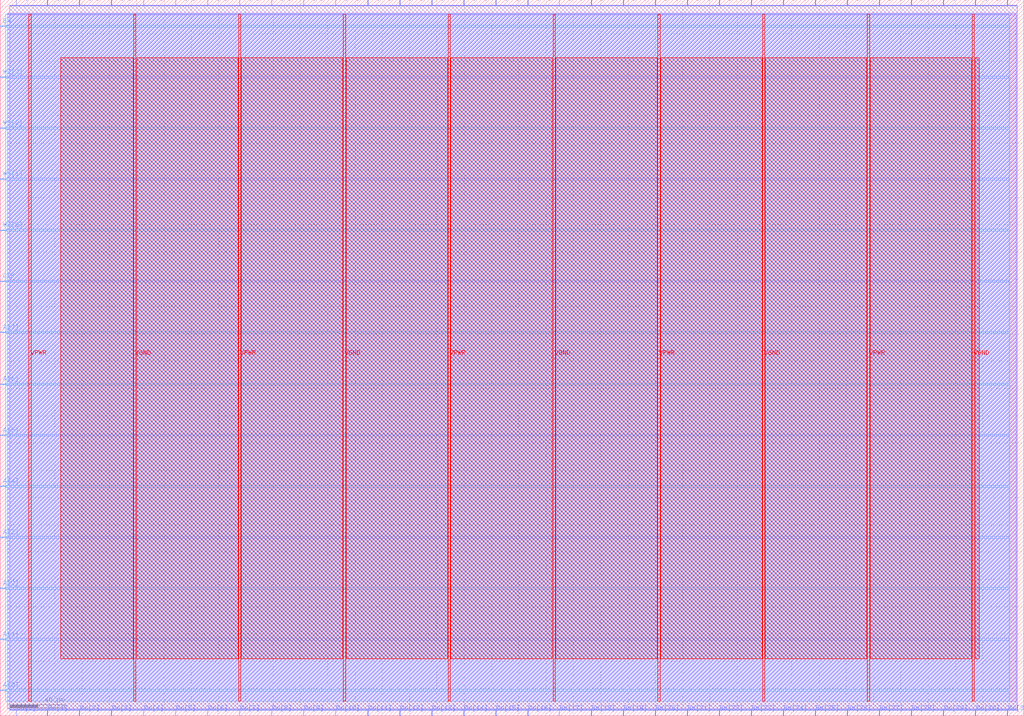
<source format=lef>
VERSION 5.7 ;
  NOWIREEXTENSIONATPIN ON ;
  DIVIDERCHAR "/" ;
  BUSBITCHARS "[]" ;
MACRO DFFRAM
  CLASS BLOCK ;
  FOREIGN DFFRAM ;
  ORIGIN 0.000 0.000 ;
  SIZE 750.000 BY 525.000 ;
  PIN A[0]
    DIRECTION INPUT ;
    USE SIGNAL ;
    PORT
      LAYER met3 ;
        RECT 0.000 18.400 4.000 19.000 ;
    END
  END A[0]
  PIN A[1]
    DIRECTION INPUT ;
    USE SIGNAL ;
    PORT
      LAYER met3 ;
        RECT 0.000 55.800 4.000 56.400 ;
    END
  END A[1]
  PIN A[2]
    DIRECTION INPUT ;
    USE SIGNAL ;
    PORT
      LAYER met3 ;
        RECT 0.000 93.200 4.000 93.800 ;
    END
  END A[2]
  PIN A[3]
    DIRECTION INPUT ;
    USE SIGNAL ;
    PORT
      LAYER met3 ;
        RECT 0.000 130.600 4.000 131.200 ;
    END
  END A[3]
  PIN A[4]
    DIRECTION INPUT ;
    USE SIGNAL ;
    PORT
      LAYER met3 ;
        RECT 0.000 168.000 4.000 168.600 ;
    END
  END A[4]
  PIN A[5]
    DIRECTION INPUT ;
    USE SIGNAL ;
    PORT
      LAYER met3 ;
        RECT 0.000 205.400 4.000 206.000 ;
    END
  END A[5]
  PIN A[6]
    DIRECTION INPUT ;
    USE SIGNAL ;
    PORT
      LAYER met3 ;
        RECT 0.000 242.800 4.000 243.400 ;
    END
  END A[6]
  PIN A[7]
    DIRECTION INPUT ;
    USE SIGNAL ;
    PORT
      LAYER met3 ;
        RECT 0.000 280.880 4.000 281.480 ;
    END
  END A[7]
  PIN CLK
    DIRECTION INPUT ;
    USE SIGNAL ;
    PORT
      LAYER met3 ;
        RECT 0.000 318.280 4.000 318.880 ;
    END
  END CLK
  PIN Di[0]
    DIRECTION INPUT ;
    USE SIGNAL ;
    PORT
      LAYER met2 ;
        RECT 11.590 521.000 11.870 525.000 ;
    END
  END Di[0]
  PIN Di[10]
    DIRECTION INPUT ;
    USE SIGNAL ;
    PORT
      LAYER met2 ;
        RECT 245.730 521.000 246.010 525.000 ;
    END
  END Di[10]
  PIN Di[11]
    DIRECTION INPUT ;
    USE SIGNAL ;
    PORT
      LAYER met2 ;
        RECT 269.190 521.000 269.470 525.000 ;
    END
  END Di[11]
  PIN Di[12]
    DIRECTION INPUT ;
    USE SIGNAL ;
    PORT
      LAYER met2 ;
        RECT 292.650 521.000 292.930 525.000 ;
    END
  END Di[12]
  PIN Di[13]
    DIRECTION INPUT ;
    USE SIGNAL ;
    PORT
      LAYER met2 ;
        RECT 316.110 521.000 316.390 525.000 ;
    END
  END Di[13]
  PIN Di[14]
    DIRECTION INPUT ;
    USE SIGNAL ;
    PORT
      LAYER met2 ;
        RECT 339.570 521.000 339.850 525.000 ;
    END
  END Di[14]
  PIN Di[15]
    DIRECTION INPUT ;
    USE SIGNAL ;
    PORT
      LAYER met2 ;
        RECT 363.030 521.000 363.310 525.000 ;
    END
  END Di[15]
  PIN Di[16]
    DIRECTION INPUT ;
    USE SIGNAL ;
    PORT
      LAYER met2 ;
        RECT 386.490 521.000 386.770 525.000 ;
    END
  END Di[16]
  PIN Di[17]
    DIRECTION INPUT ;
    USE SIGNAL ;
    PORT
      LAYER met2 ;
        RECT 409.490 521.000 409.770 525.000 ;
    END
  END Di[17]
  PIN Di[18]
    DIRECTION INPUT ;
    USE SIGNAL ;
    PORT
      LAYER met2 ;
        RECT 432.950 521.000 433.230 525.000 ;
    END
  END Di[18]
  PIN Di[19]
    DIRECTION INPUT ;
    USE SIGNAL ;
    PORT
      LAYER met2 ;
        RECT 456.410 521.000 456.690 525.000 ;
    END
  END Di[19]
  PIN Di[1]
    DIRECTION INPUT ;
    USE SIGNAL ;
    PORT
      LAYER met2 ;
        RECT 34.590 521.000 34.870 525.000 ;
    END
  END Di[1]
  PIN Di[20]
    DIRECTION INPUT ;
    USE SIGNAL ;
    PORT
      LAYER met2 ;
        RECT 479.870 521.000 480.150 525.000 ;
    END
  END Di[20]
  PIN Di[21]
    DIRECTION INPUT ;
    USE SIGNAL ;
    PORT
      LAYER met2 ;
        RECT 503.330 521.000 503.610 525.000 ;
    END
  END Di[21]
  PIN Di[22]
    DIRECTION INPUT ;
    USE SIGNAL ;
    PORT
      LAYER met2 ;
        RECT 526.790 521.000 527.070 525.000 ;
    END
  END Di[22]
  PIN Di[23]
    DIRECTION INPUT ;
    USE SIGNAL ;
    PORT
      LAYER met2 ;
        RECT 550.250 521.000 550.530 525.000 ;
    END
  END Di[23]
  PIN Di[24]
    DIRECTION INPUT ;
    USE SIGNAL ;
    PORT
      LAYER met2 ;
        RECT 573.710 521.000 573.990 525.000 ;
    END
  END Di[24]
  PIN Di[25]
    DIRECTION INPUT ;
    USE SIGNAL ;
    PORT
      LAYER met2 ;
        RECT 597.170 521.000 597.450 525.000 ;
    END
  END Di[25]
  PIN Di[26]
    DIRECTION INPUT ;
    USE SIGNAL ;
    PORT
      LAYER met2 ;
        RECT 620.630 521.000 620.910 525.000 ;
    END
  END Di[26]
  PIN Di[27]
    DIRECTION INPUT ;
    USE SIGNAL ;
    PORT
      LAYER met2 ;
        RECT 644.090 521.000 644.370 525.000 ;
    END
  END Di[27]
  PIN Di[28]
    DIRECTION INPUT ;
    USE SIGNAL ;
    PORT
      LAYER met2 ;
        RECT 667.550 521.000 667.830 525.000 ;
    END
  END Di[28]
  PIN Di[29]
    DIRECTION INPUT ;
    USE SIGNAL ;
    PORT
      LAYER met2 ;
        RECT 691.010 521.000 691.290 525.000 ;
    END
  END Di[29]
  PIN Di[2]
    DIRECTION INPUT ;
    USE SIGNAL ;
    PORT
      LAYER met2 ;
        RECT 58.050 521.000 58.330 525.000 ;
    END
  END Di[2]
  PIN Di[30]
    DIRECTION INPUT ;
    USE SIGNAL ;
    PORT
      LAYER met2 ;
        RECT 714.470 521.000 714.750 525.000 ;
    END
  END Di[30]
  PIN Di[31]
    DIRECTION INPUT ;
    USE SIGNAL ;
    PORT
      LAYER met2 ;
        RECT 737.930 521.000 738.210 525.000 ;
    END
  END Di[31]
  PIN Di[3]
    DIRECTION INPUT ;
    USE SIGNAL ;
    PORT
      LAYER met2 ;
        RECT 81.510 521.000 81.790 525.000 ;
    END
  END Di[3]
  PIN Di[4]
    DIRECTION INPUT ;
    USE SIGNAL ;
    PORT
      LAYER met2 ;
        RECT 104.970 521.000 105.250 525.000 ;
    END
  END Di[4]
  PIN Di[5]
    DIRECTION INPUT ;
    USE SIGNAL ;
    PORT
      LAYER met2 ;
        RECT 128.430 521.000 128.710 525.000 ;
    END
  END Di[5]
  PIN Di[6]
    DIRECTION INPUT ;
    USE SIGNAL ;
    PORT
      LAYER met2 ;
        RECT 151.890 521.000 152.170 525.000 ;
    END
  END Di[6]
  PIN Di[7]
    DIRECTION INPUT ;
    USE SIGNAL ;
    PORT
      LAYER met2 ;
        RECT 175.350 521.000 175.630 525.000 ;
    END
  END Di[7]
  PIN Di[8]
    DIRECTION INPUT ;
    USE SIGNAL ;
    PORT
      LAYER met2 ;
        RECT 198.810 521.000 199.090 525.000 ;
    END
  END Di[8]
  PIN Di[9]
    DIRECTION INPUT ;
    USE SIGNAL ;
    PORT
      LAYER met2 ;
        RECT 222.270 521.000 222.550 525.000 ;
    END
  END Di[9]
  PIN Do[0]
    DIRECTION OUTPUT TRISTATE ;
    USE SIGNAL ;
    PORT
      LAYER met2 ;
        RECT 11.590 0.000 11.870 4.000 ;
    END
  END Do[0]
  PIN Do[10]
    DIRECTION OUTPUT TRISTATE ;
    USE SIGNAL ;
    PORT
      LAYER met2 ;
        RECT 245.730 0.000 246.010 4.000 ;
    END
  END Do[10]
  PIN Do[11]
    DIRECTION OUTPUT TRISTATE ;
    USE SIGNAL ;
    PORT
      LAYER met2 ;
        RECT 269.190 0.000 269.470 4.000 ;
    END
  END Do[11]
  PIN Do[12]
    DIRECTION OUTPUT TRISTATE ;
    USE SIGNAL ;
    PORT
      LAYER met2 ;
        RECT 292.650 0.000 292.930 4.000 ;
    END
  END Do[12]
  PIN Do[13]
    DIRECTION OUTPUT TRISTATE ;
    USE SIGNAL ;
    PORT
      LAYER met2 ;
        RECT 316.110 0.000 316.390 4.000 ;
    END
  END Do[13]
  PIN Do[14]
    DIRECTION OUTPUT TRISTATE ;
    USE SIGNAL ;
    PORT
      LAYER met2 ;
        RECT 339.570 0.000 339.850 4.000 ;
    END
  END Do[14]
  PIN Do[15]
    DIRECTION OUTPUT TRISTATE ;
    USE SIGNAL ;
    PORT
      LAYER met2 ;
        RECT 363.030 0.000 363.310 4.000 ;
    END
  END Do[15]
  PIN Do[16]
    DIRECTION OUTPUT TRISTATE ;
    USE SIGNAL ;
    PORT
      LAYER met2 ;
        RECT 386.490 0.000 386.770 4.000 ;
    END
  END Do[16]
  PIN Do[17]
    DIRECTION OUTPUT TRISTATE ;
    USE SIGNAL ;
    PORT
      LAYER met2 ;
        RECT 409.490 0.000 409.770 4.000 ;
    END
  END Do[17]
  PIN Do[18]
    DIRECTION OUTPUT TRISTATE ;
    USE SIGNAL ;
    PORT
      LAYER met2 ;
        RECT 432.950 0.000 433.230 4.000 ;
    END
  END Do[18]
  PIN Do[19]
    DIRECTION OUTPUT TRISTATE ;
    USE SIGNAL ;
    PORT
      LAYER met2 ;
        RECT 456.410 0.000 456.690 4.000 ;
    END
  END Do[19]
  PIN Do[1]
    DIRECTION OUTPUT TRISTATE ;
    USE SIGNAL ;
    PORT
      LAYER met2 ;
        RECT 34.590 0.000 34.870 4.000 ;
    END
  END Do[1]
  PIN Do[20]
    DIRECTION OUTPUT TRISTATE ;
    USE SIGNAL ;
    PORT
      LAYER met2 ;
        RECT 479.870 0.000 480.150 4.000 ;
    END
  END Do[20]
  PIN Do[21]
    DIRECTION OUTPUT TRISTATE ;
    USE SIGNAL ;
    PORT
      LAYER met2 ;
        RECT 503.330 0.000 503.610 4.000 ;
    END
  END Do[21]
  PIN Do[22]
    DIRECTION OUTPUT TRISTATE ;
    USE SIGNAL ;
    PORT
      LAYER met2 ;
        RECT 526.790 0.000 527.070 4.000 ;
    END
  END Do[22]
  PIN Do[23]
    DIRECTION OUTPUT TRISTATE ;
    USE SIGNAL ;
    PORT
      LAYER met2 ;
        RECT 550.250 0.000 550.530 4.000 ;
    END
  END Do[23]
  PIN Do[24]
    DIRECTION OUTPUT TRISTATE ;
    USE SIGNAL ;
    PORT
      LAYER met2 ;
        RECT 573.710 0.000 573.990 4.000 ;
    END
  END Do[24]
  PIN Do[25]
    DIRECTION OUTPUT TRISTATE ;
    USE SIGNAL ;
    PORT
      LAYER met2 ;
        RECT 597.170 0.000 597.450 4.000 ;
    END
  END Do[25]
  PIN Do[26]
    DIRECTION OUTPUT TRISTATE ;
    USE SIGNAL ;
    PORT
      LAYER met2 ;
        RECT 620.630 0.000 620.910 4.000 ;
    END
  END Do[26]
  PIN Do[27]
    DIRECTION OUTPUT TRISTATE ;
    USE SIGNAL ;
    PORT
      LAYER met2 ;
        RECT 644.090 0.000 644.370 4.000 ;
    END
  END Do[27]
  PIN Do[28]
    DIRECTION OUTPUT TRISTATE ;
    USE SIGNAL ;
    PORT
      LAYER met2 ;
        RECT 667.550 0.000 667.830 4.000 ;
    END
  END Do[28]
  PIN Do[29]
    DIRECTION OUTPUT TRISTATE ;
    USE SIGNAL ;
    PORT
      LAYER met2 ;
        RECT 691.010 0.000 691.290 4.000 ;
    END
  END Do[29]
  PIN Do[2]
    DIRECTION OUTPUT TRISTATE ;
    USE SIGNAL ;
    PORT
      LAYER met2 ;
        RECT 58.050 0.000 58.330 4.000 ;
    END
  END Do[2]
  PIN Do[30]
    DIRECTION OUTPUT TRISTATE ;
    USE SIGNAL ;
    PORT
      LAYER met2 ;
        RECT 714.470 0.000 714.750 4.000 ;
    END
  END Do[30]
  PIN Do[31]
    DIRECTION OUTPUT TRISTATE ;
    USE SIGNAL ;
    PORT
      LAYER met2 ;
        RECT 737.930 0.000 738.210 4.000 ;
    END
  END Do[31]
  PIN Do[3]
    DIRECTION OUTPUT TRISTATE ;
    USE SIGNAL ;
    PORT
      LAYER met2 ;
        RECT 81.510 0.000 81.790 4.000 ;
    END
  END Do[3]
  PIN Do[4]
    DIRECTION OUTPUT TRISTATE ;
    USE SIGNAL ;
    PORT
      LAYER met2 ;
        RECT 104.970 0.000 105.250 4.000 ;
    END
  END Do[4]
  PIN Do[5]
    DIRECTION OUTPUT TRISTATE ;
    USE SIGNAL ;
    PORT
      LAYER met2 ;
        RECT 128.430 0.000 128.710 4.000 ;
    END
  END Do[5]
  PIN Do[6]
    DIRECTION OUTPUT TRISTATE ;
    USE SIGNAL ;
    PORT
      LAYER met2 ;
        RECT 151.890 0.000 152.170 4.000 ;
    END
  END Do[6]
  PIN Do[7]
    DIRECTION OUTPUT TRISTATE ;
    USE SIGNAL ;
    PORT
      LAYER met2 ;
        RECT 175.350 0.000 175.630 4.000 ;
    END
  END Do[7]
  PIN Do[8]
    DIRECTION OUTPUT TRISTATE ;
    USE SIGNAL ;
    PORT
      LAYER met2 ;
        RECT 198.810 0.000 199.090 4.000 ;
    END
  END Do[8]
  PIN Do[9]
    DIRECTION OUTPUT TRISTATE ;
    USE SIGNAL ;
    PORT
      LAYER met2 ;
        RECT 222.270 0.000 222.550 4.000 ;
    END
  END Do[9]
  PIN EN
    DIRECTION INPUT ;
    USE SIGNAL ;
    PORT
      LAYER met3 ;
        RECT 0.000 505.280 4.000 505.880 ;
    END
  END EN
  PIN WE[0]
    DIRECTION INPUT ;
    USE SIGNAL ;
    PORT
      LAYER met3 ;
        RECT 0.000 355.680 4.000 356.280 ;
    END
  END WE[0]
  PIN WE[1]
    DIRECTION INPUT ;
    USE SIGNAL ;
    PORT
      LAYER met3 ;
        RECT 0.000 393.080 4.000 393.680 ;
    END
  END WE[1]
  PIN WE[2]
    DIRECTION INPUT ;
    USE SIGNAL ;
    PORT
      LAYER met3 ;
        RECT 0.000 430.480 4.000 431.080 ;
    END
  END WE[2]
  PIN WE[3]
    DIRECTION INPUT ;
    USE SIGNAL ;
    PORT
      LAYER met3 ;
        RECT 0.000 467.880 4.000 468.480 ;
    END
  END WE[3]
  PIN VPWR
    DIRECTION INOUT ;
    USE POWER ;
    PORT
      LAYER met4 ;
        RECT 635.440 10.640 637.040 514.320 ;
    END
  END VPWR
  PIN VPWR
    DIRECTION INOUT ;
    USE POWER ;
    PORT
      LAYER met4 ;
        RECT 481.840 10.640 483.440 514.320 ;
    END
  END VPWR
  PIN VPWR
    DIRECTION INOUT ;
    USE POWER ;
    PORT
      LAYER met4 ;
        RECT 328.240 10.640 329.840 514.320 ;
    END
  END VPWR
  PIN VPWR
    DIRECTION INOUT ;
    USE POWER ;
    PORT
      LAYER met4 ;
        RECT 174.640 10.640 176.240 514.320 ;
    END
  END VPWR
  PIN VPWR
    DIRECTION INOUT ;
    USE POWER ;
    PORT
      LAYER met4 ;
        RECT 21.040 10.640 22.640 514.320 ;
    END
  END VPWR
  PIN VGND
    DIRECTION INOUT ;
    USE GROUND ;
    PORT
      LAYER met4 ;
        RECT 712.240 10.640 713.840 514.320 ;
    END
  END VGND
  PIN VGND
    DIRECTION INOUT ;
    USE GROUND ;
    PORT
      LAYER met4 ;
        RECT 558.640 10.640 560.240 514.320 ;
    END
  END VGND
  PIN VGND
    DIRECTION INOUT ;
    USE GROUND ;
    PORT
      LAYER met4 ;
        RECT 405.040 10.640 406.640 514.320 ;
    END
  END VGND
  PIN VGND
    DIRECTION INOUT ;
    USE GROUND ;
    PORT
      LAYER met4 ;
        RECT 251.440 10.640 253.040 514.320 ;
    END
  END VGND
  PIN VGND
    DIRECTION INOUT ;
    USE GROUND ;
    PORT
      LAYER met4 ;
        RECT 97.840 10.640 99.440 514.320 ;
    END
  END VGND
  OBS
      LAYER li1 ;
        RECT 5.520 10.795 744.280 514.165 ;
      LAYER met1 ;
        RECT 5.520 5.140 745.130 515.060 ;
      LAYER met2 ;
        RECT 7.000 520.720 11.310 521.000 ;
        RECT 12.150 520.720 34.310 521.000 ;
        RECT 35.150 520.720 57.770 521.000 ;
        RECT 58.610 520.720 81.230 521.000 ;
        RECT 82.070 520.720 104.690 521.000 ;
        RECT 105.530 520.720 128.150 521.000 ;
        RECT 128.990 520.720 151.610 521.000 ;
        RECT 152.450 520.720 175.070 521.000 ;
        RECT 175.910 520.720 198.530 521.000 ;
        RECT 199.370 520.720 221.990 521.000 ;
        RECT 222.830 520.720 245.450 521.000 ;
        RECT 246.290 520.720 268.910 521.000 ;
        RECT 269.750 520.720 292.370 521.000 ;
        RECT 293.210 520.720 315.830 521.000 ;
        RECT 316.670 520.720 339.290 521.000 ;
        RECT 340.130 520.720 362.750 521.000 ;
        RECT 363.590 520.720 386.210 521.000 ;
        RECT 387.050 520.720 409.210 521.000 ;
        RECT 410.050 520.720 432.670 521.000 ;
        RECT 433.510 520.720 456.130 521.000 ;
        RECT 456.970 520.720 479.590 521.000 ;
        RECT 480.430 520.720 503.050 521.000 ;
        RECT 503.890 520.720 526.510 521.000 ;
        RECT 527.350 520.720 549.970 521.000 ;
        RECT 550.810 520.720 573.430 521.000 ;
        RECT 574.270 520.720 596.890 521.000 ;
        RECT 597.730 520.720 620.350 521.000 ;
        RECT 621.190 520.720 643.810 521.000 ;
        RECT 644.650 520.720 667.270 521.000 ;
        RECT 668.110 520.720 690.730 521.000 ;
        RECT 691.570 520.720 714.190 521.000 ;
        RECT 715.030 520.720 737.650 521.000 ;
        RECT 738.490 520.720 745.100 521.000 ;
        RECT 7.000 4.280 745.100 520.720 ;
        RECT 7.000 4.000 11.310 4.280 ;
        RECT 12.150 4.000 34.310 4.280 ;
        RECT 35.150 4.000 57.770 4.280 ;
        RECT 58.610 4.000 81.230 4.280 ;
        RECT 82.070 4.000 104.690 4.280 ;
        RECT 105.530 4.000 128.150 4.280 ;
        RECT 128.990 4.000 151.610 4.280 ;
        RECT 152.450 4.000 175.070 4.280 ;
        RECT 175.910 4.000 198.530 4.280 ;
        RECT 199.370 4.000 221.990 4.280 ;
        RECT 222.830 4.000 245.450 4.280 ;
        RECT 246.290 4.000 268.910 4.280 ;
        RECT 269.750 4.000 292.370 4.280 ;
        RECT 293.210 4.000 315.830 4.280 ;
        RECT 316.670 4.000 339.290 4.280 ;
        RECT 340.130 4.000 362.750 4.280 ;
        RECT 363.590 4.000 386.210 4.280 ;
        RECT 387.050 4.000 409.210 4.280 ;
        RECT 410.050 4.000 432.670 4.280 ;
        RECT 433.510 4.000 456.130 4.280 ;
        RECT 456.970 4.000 479.590 4.280 ;
        RECT 480.430 4.000 503.050 4.280 ;
        RECT 503.890 4.000 526.510 4.280 ;
        RECT 527.350 4.000 549.970 4.280 ;
        RECT 550.810 4.000 573.430 4.280 ;
        RECT 574.270 4.000 596.890 4.280 ;
        RECT 597.730 4.000 620.350 4.280 ;
        RECT 621.190 4.000 643.810 4.280 ;
        RECT 644.650 4.000 667.270 4.280 ;
        RECT 668.110 4.000 690.730 4.280 ;
        RECT 691.570 4.000 714.190 4.280 ;
        RECT 715.030 4.000 737.650 4.280 ;
        RECT 738.490 4.000 745.100 4.280 ;
      LAYER met3 ;
        RECT 4.000 506.280 739.155 514.245 ;
        RECT 4.400 504.880 739.155 506.280 ;
        RECT 4.000 468.880 739.155 504.880 ;
        RECT 4.400 467.480 739.155 468.880 ;
        RECT 4.000 431.480 739.155 467.480 ;
        RECT 4.400 430.080 739.155 431.480 ;
        RECT 4.000 394.080 739.155 430.080 ;
        RECT 4.400 392.680 739.155 394.080 ;
        RECT 4.000 356.680 739.155 392.680 ;
        RECT 4.400 355.280 739.155 356.680 ;
        RECT 4.000 319.280 739.155 355.280 ;
        RECT 4.400 317.880 739.155 319.280 ;
        RECT 4.000 281.880 739.155 317.880 ;
        RECT 4.400 280.480 739.155 281.880 ;
        RECT 4.000 243.800 739.155 280.480 ;
        RECT 4.400 242.400 739.155 243.800 ;
        RECT 4.000 206.400 739.155 242.400 ;
        RECT 4.400 205.000 739.155 206.400 ;
        RECT 4.000 169.000 739.155 205.000 ;
        RECT 4.400 167.600 739.155 169.000 ;
        RECT 4.000 131.600 739.155 167.600 ;
        RECT 4.400 130.200 739.155 131.600 ;
        RECT 4.000 94.200 739.155 130.200 ;
        RECT 4.400 92.800 739.155 94.200 ;
        RECT 4.000 56.800 739.155 92.800 ;
        RECT 4.400 55.400 739.155 56.800 ;
        RECT 4.000 19.400 739.155 55.400 ;
        RECT 4.400 18.000 739.155 19.400 ;
        RECT 4.000 10.715 739.155 18.000 ;
      LAYER met4 ;
        RECT 44.455 41.655 97.440 482.625 ;
        RECT 99.840 41.655 174.240 482.625 ;
        RECT 176.640 41.655 251.040 482.625 ;
        RECT 253.440 41.655 327.840 482.625 ;
        RECT 330.240 41.655 404.640 482.625 ;
        RECT 407.040 41.655 481.440 482.625 ;
        RECT 483.840 41.655 558.240 482.625 ;
        RECT 560.640 41.655 635.040 482.625 ;
        RECT 637.440 41.655 711.840 482.625 ;
        RECT 714.240 41.655 717.305 482.625 ;
  END
END DFFRAM
END LIBRARY


</source>
